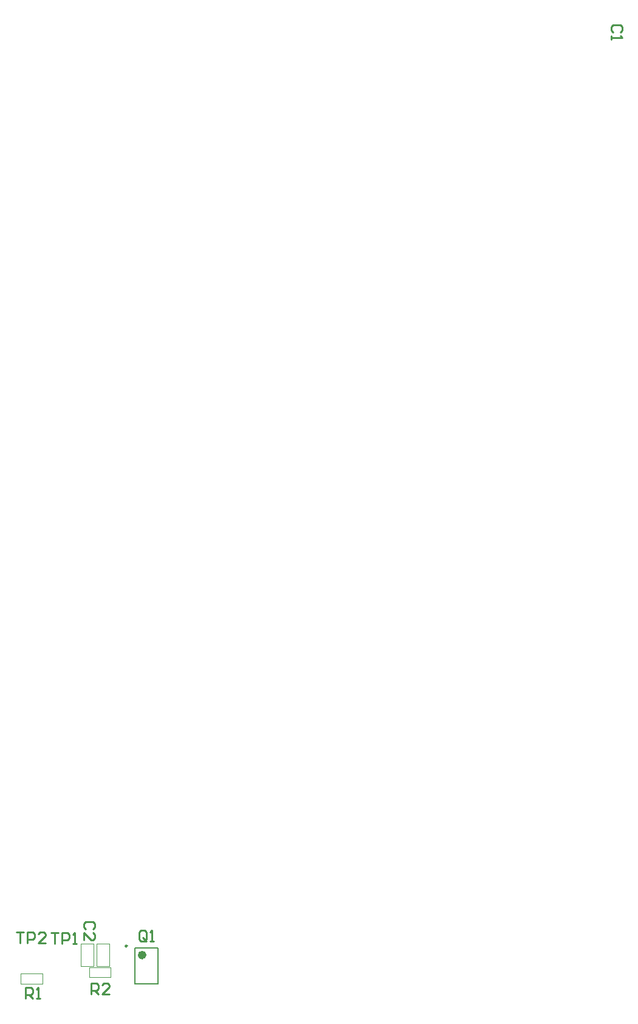
<source format=gto>
G04*
G04 #@! TF.GenerationSoftware,Altium Limited,Altium Designer,20.1.14 (287)*
G04*
G04 Layer_Color=65535*
%FSLAX23Y23*%
%MOIN*%
G70*
G04*
G04 #@! TF.SameCoordinates,798D76CE-EDA4-480F-9F1B-0691B6F15CDE*
G04*
G04*
G04 #@! TF.FilePolarity,Positive*
G04*
G01*
G75*
%ADD10C,0.024*%
%ADD11C,0.010*%
%ADD12C,0.004*%
%ADD13C,0.008*%
%ADD14C,0.010*%
D10*
X1943Y4709D02*
G03*
X1943Y4709I-12J0D01*
G01*
D11*
X1849Y4759D02*
G03*
X1849Y4759I-5J0D01*
G01*
D12*
X1595Y4647D02*
X1595Y4773D01*
X1665Y4647D02*
X1665Y4773D01*
X1595Y4647D02*
X1665Y4647D01*
X1595Y4773D02*
X1665Y4773D01*
X1680Y4647D02*
X1680Y4773D01*
X1750Y4647D02*
X1750Y4773D01*
X1680Y4647D02*
X1750Y4647D01*
X1680Y4773D02*
X1750Y4773D01*
X1266Y4552D02*
X1266Y4608D01*
X1384Y4552D02*
X1384Y4608D01*
X1266Y4608D02*
X1384Y4608D01*
X1266Y4552D02*
X1384Y4552D01*
X1759Y4587D02*
X1759Y4643D01*
X1641Y4587D02*
X1641Y4643D01*
X1641Y4587D02*
X1759Y4587D01*
X1641Y4643D02*
X1759Y4643D01*
D13*
X1892Y4552D02*
X2018Y4552D01*
X1892Y4748D02*
X2018Y4748D01*
X2018Y4552D02*
X2018Y4748D01*
X1892Y4552D02*
X1892Y4748D01*
D14*
X1240Y4835D02*
X1280Y4835D01*
X1260Y4835D01*
X1260Y4775D01*
X1300Y4775D02*
X1300Y4835D01*
X1330Y4835D01*
X1340Y4825D01*
X1340Y4805D01*
X1330Y4795D01*
X1300Y4795D01*
X1400Y4775D02*
X1360Y4775D01*
X1400Y4815D01*
X1400Y4825D01*
X1390Y4835D01*
X1370Y4835D01*
X1360Y4825D01*
X1430Y4830D02*
X1470Y4830D01*
X1450Y4830D01*
X1450Y4770D01*
X1490Y4770D02*
X1490Y4830D01*
X1520Y4830D01*
X1530Y4820D01*
X1530Y4800D01*
X1520Y4790D01*
X1490Y4790D01*
X1550Y4770D02*
X1570Y4770D01*
X1560Y4770D01*
X1560Y4830D01*
X1550Y4820D01*
X1650Y4495D02*
X1650Y4555D01*
X1680Y4555D01*
X1690Y4545D01*
X1690Y4525D01*
X1680Y4515D01*
X1650Y4515D01*
X1670Y4515D02*
X1690Y4495D01*
X1750Y4495D02*
X1710Y4495D01*
X1750Y4535D01*
X1750Y4545D01*
X1740Y4555D01*
X1720Y4555D01*
X1710Y4545D01*
X1290Y4470D02*
X1290Y4530D01*
X1320Y4530D01*
X1330Y4520D01*
X1330Y4500D01*
X1320Y4490D01*
X1290Y4490D01*
X1310Y4490D02*
X1330Y4470D01*
X1350Y4470D02*
X1370Y4470D01*
X1360Y4470D01*
X1360Y4530D01*
X1350Y4520D01*
X1955Y4795D02*
X1955Y4835D01*
X1945Y4845D01*
X1925Y4845D01*
X1915Y4835D01*
X1915Y4795D01*
X1925Y4785D01*
X1945Y4785D01*
X1935Y4805D02*
X1955Y4785D01*
X1945Y4785D02*
X1955Y4795D01*
X1975Y4785D02*
X1995Y4785D01*
X1985Y4785D01*
X1985Y4845D01*
X1975Y4835D01*
X1660Y4850D02*
X1670Y4860D01*
X1670Y4880D01*
X1660Y4890D01*
X1620Y4890D01*
X1610Y4880D01*
X1610Y4860D01*
X1620Y4850D01*
X1610Y4790D02*
X1610Y4830D01*
X1650Y4790D01*
X1660Y4790D01*
X1670Y4800D01*
X1670Y4820D01*
X1660Y4830D01*
X4555Y9765D02*
X4565Y9775D01*
X4565Y9795D01*
X4555Y9805D01*
X4515Y9805D01*
X4505Y9795D01*
X4505Y9775D01*
X4515Y9765D01*
X4505Y9745D02*
X4505Y9725D01*
X4505Y9735D01*
X4565Y9735D01*
X4555Y9745D01*
M02*

</source>
